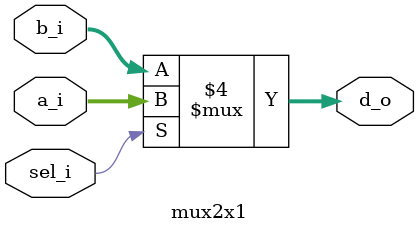
<source format=v>
module mux2x1
(
	a_i,
	b_i,
	sel_i,
	d_o
);

input [6:0] a_i;
input wire [6:0]  b_i;
input wire sel_i;
output reg [6:0] d_o;

always @(a_i or b_i or sel_i)
begin
	if(sel_i == 1)
		d_o <= a_i;
	else
		d_o <= b_i;
end

endmodule
</source>
